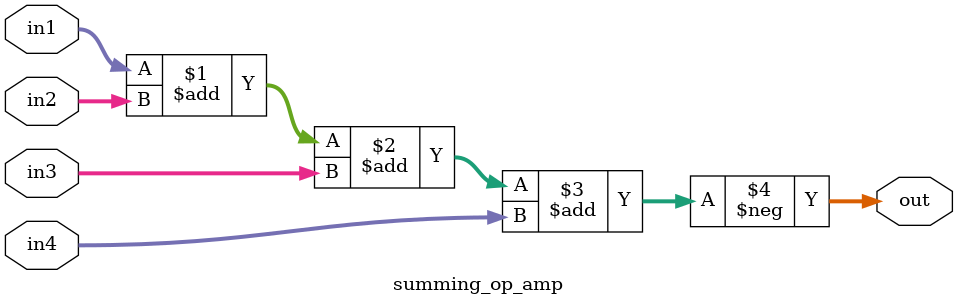
<source format=sv>
module summing_op_amp(
    input signed [15:0] in1, // Input voltage 1
    input signed [15:0] in2, // Input voltage 2
    input signed [15:0] in3, // Input voltage 3
    input signed [15:0] in4, // Input voltage 4
    output signed [15:0] out // Output voltage
);

assign out = -(in1 + in2 + in3 + in4); // Sum inputs and apply gain of -1

endmodule


</source>
